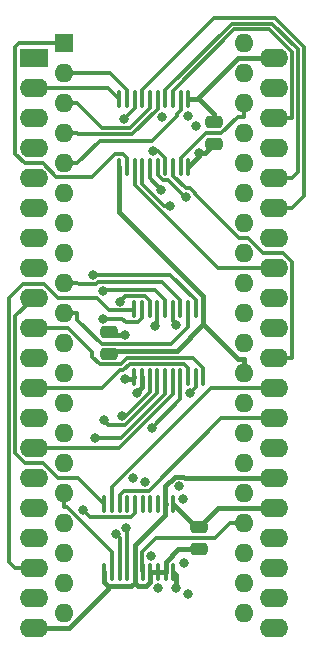
<source format=gbl>
G04 #@! TF.GenerationSoftware,KiCad,Pcbnew,(6.0.9)*
G04 #@! TF.CreationDate,2024-11-23T18:31:41+01:00*
G04 #@! TF.ProjectId,Sombrero_MSX_Goa'uld,536f6d62-7265-4726-9f5f-4d53585f476f,rev?*
G04 #@! TF.SameCoordinates,Original*
G04 #@! TF.FileFunction,Copper,L4,Bot*
G04 #@! TF.FilePolarity,Positive*
%FSLAX46Y46*%
G04 Gerber Fmt 4.6, Leading zero omitted, Abs format (unit mm)*
G04 Created by KiCad (PCBNEW (6.0.9)) date 2024-11-23 18:31:41*
%MOMM*%
%LPD*%
G01*
G04 APERTURE LIST*
G04 Aperture macros list*
%AMRoundRect*
0 Rectangle with rounded corners*
0 $1 Rounding radius*
0 $2 $3 $4 $5 $6 $7 $8 $9 X,Y pos of 4 corners*
0 Add a 4 corners polygon primitive as box body*
4,1,4,$2,$3,$4,$5,$6,$7,$8,$9,$2,$3,0*
0 Add four circle primitives for the rounded corners*
1,1,$1+$1,$2,$3*
1,1,$1+$1,$4,$5*
1,1,$1+$1,$6,$7*
1,1,$1+$1,$8,$9*
0 Add four rect primitives between the rounded corners*
20,1,$1+$1,$2,$3,$4,$5,0*
20,1,$1+$1,$4,$5,$6,$7,0*
20,1,$1+$1,$6,$7,$8,$9,0*
20,1,$1+$1,$8,$9,$2,$3,0*%
G04 Aperture macros list end*
G04 #@! TA.AperFunction,ComponentPad*
%ADD10R,2.400000X1.600000*%
G04 #@! TD*
G04 #@! TA.AperFunction,ComponentPad*
%ADD11O,2.400000X1.600000*%
G04 #@! TD*
G04 #@! TA.AperFunction,ComponentPad*
%ADD12R,1.600000X1.600000*%
G04 #@! TD*
G04 #@! TA.AperFunction,ComponentPad*
%ADD13O,1.600000X1.600000*%
G04 #@! TD*
G04 #@! TA.AperFunction,SMDPad,CuDef*
%ADD14RoundRect,0.100000X-0.100000X0.637500X-0.100000X-0.637500X0.100000X-0.637500X0.100000X0.637500X0*%
G04 #@! TD*
G04 #@! TA.AperFunction,SMDPad,CuDef*
%ADD15RoundRect,0.250000X-0.475000X0.250000X-0.475000X-0.250000X0.475000X-0.250000X0.475000X0.250000X0*%
G04 #@! TD*
G04 #@! TA.AperFunction,SMDPad,CuDef*
%ADD16RoundRect,0.100000X0.100000X-0.637500X0.100000X0.637500X-0.100000X0.637500X-0.100000X-0.637500X0*%
G04 #@! TD*
G04 #@! TA.AperFunction,ViaPad*
%ADD17C,0.800000*%
G04 #@! TD*
G04 #@! TA.AperFunction,Conductor*
%ADD18C,0.450000*%
G04 #@! TD*
G04 #@! TA.AperFunction,Conductor*
%ADD19C,0.400600*%
G04 #@! TD*
G04 #@! TA.AperFunction,Conductor*
%ADD20C,0.300000*%
G04 #@! TD*
G04 APERTURE END LIST*
D10*
X137160000Y-77470000D03*
D11*
X137160000Y-80010000D03*
X137160000Y-82550000D03*
X137160000Y-85090000D03*
X137160000Y-87630000D03*
X137160000Y-90170000D03*
X137160000Y-92710000D03*
X137160000Y-95250000D03*
X137160000Y-97790000D03*
X137160000Y-100330000D03*
X137160000Y-102870000D03*
X137160000Y-105410000D03*
X137160000Y-107950000D03*
X137160000Y-110490000D03*
X137160000Y-113030000D03*
X137160000Y-115570000D03*
X137160000Y-118110000D03*
X137160000Y-120650000D03*
X137160000Y-123190000D03*
X137160000Y-125730000D03*
X157480000Y-125730000D03*
X157480000Y-123190000D03*
X157480000Y-120650000D03*
X157480000Y-118110000D03*
X157480000Y-115570000D03*
X157480000Y-113030000D03*
X157480000Y-110490000D03*
X157480000Y-107950000D03*
X157480000Y-105410000D03*
X157480000Y-102870000D03*
X157480000Y-100330000D03*
X157480000Y-97790000D03*
X157480000Y-95250000D03*
X157480000Y-92710000D03*
X157480000Y-90170000D03*
X157480000Y-87630000D03*
X157480000Y-85090000D03*
X157480000Y-82550000D03*
X157480000Y-80010000D03*
X157480000Y-77470000D03*
D12*
X139710000Y-76200000D03*
D13*
X139710000Y-78740000D03*
X139710000Y-81280000D03*
X139710000Y-83820000D03*
X139710000Y-86360000D03*
X139710000Y-88900000D03*
X139710000Y-91440000D03*
X139710000Y-93980000D03*
X139710000Y-96520000D03*
X139710000Y-99060000D03*
X139710000Y-101600000D03*
X139710000Y-104140000D03*
X139710000Y-106680000D03*
X139710000Y-109220000D03*
X139710000Y-111760000D03*
X139710000Y-114300000D03*
X139710000Y-116840000D03*
X139710000Y-119380000D03*
X139710000Y-121920000D03*
X139710000Y-124460000D03*
X154950000Y-124460000D03*
X154950000Y-121920000D03*
X154950000Y-119380000D03*
X154950000Y-116840000D03*
X154950000Y-114300000D03*
X154950000Y-111760000D03*
X154950000Y-109220000D03*
X154950000Y-106680000D03*
X154950000Y-104140000D03*
X154950000Y-101600000D03*
X154950000Y-99060000D03*
X154950000Y-96520000D03*
X154950000Y-93980000D03*
X154950000Y-91440000D03*
X154950000Y-88900000D03*
X154950000Y-86360000D03*
X154950000Y-83820000D03*
X154950000Y-81280000D03*
X154950000Y-78740000D03*
X154950000Y-76200000D03*
D14*
X145665000Y-98737500D03*
X146315000Y-98737500D03*
X146965000Y-98737500D03*
X147615000Y-98737500D03*
X148265000Y-98737500D03*
X148915000Y-98737500D03*
X149565000Y-98737500D03*
X150215000Y-98737500D03*
X150865000Y-98737500D03*
X151515000Y-98737500D03*
X151515000Y-104462500D03*
X150865000Y-104462500D03*
X150215000Y-104462500D03*
X149565000Y-104462500D03*
X148915000Y-104462500D03*
X148265000Y-104462500D03*
X147615000Y-104462500D03*
X146965000Y-104462500D03*
X146315000Y-104462500D03*
X145665000Y-104462500D03*
D15*
X151130000Y-117160000D03*
X151130000Y-119060000D03*
D16*
X148975000Y-120972500D03*
X148325000Y-120972500D03*
X147675000Y-120972500D03*
X147025000Y-120972500D03*
X146375000Y-120972500D03*
X145725000Y-120972500D03*
X145075000Y-120972500D03*
X144425000Y-120972500D03*
X143775000Y-120972500D03*
X143125000Y-120972500D03*
X143125000Y-115247500D03*
X143775000Y-115247500D03*
X144425000Y-115247500D03*
X145075000Y-115247500D03*
X145725000Y-115247500D03*
X146375000Y-115247500D03*
X147025000Y-115247500D03*
X147675000Y-115247500D03*
X148325000Y-115247500D03*
X148975000Y-115247500D03*
D15*
X143510000Y-100650000D03*
X143510000Y-102550000D03*
X152400000Y-82870000D03*
X152400000Y-84770000D03*
D16*
X150245000Y-86682500D03*
X149595000Y-86682500D03*
X148945000Y-86682500D03*
X148295000Y-86682500D03*
X147645000Y-86682500D03*
X146995000Y-86682500D03*
X146345000Y-86682500D03*
X145695000Y-86682500D03*
X145045000Y-86682500D03*
X144395000Y-86682500D03*
X144395000Y-80957500D03*
X145045000Y-80957500D03*
X145695000Y-80957500D03*
X146345000Y-80957500D03*
X146995000Y-80957500D03*
X147645000Y-80957500D03*
X148295000Y-80957500D03*
X148945000Y-80957500D03*
X149595000Y-80957500D03*
X150245000Y-80957500D03*
D17*
X149217800Y-122340100D03*
X144857200Y-100928000D03*
X144858100Y-104670800D03*
X151173300Y-85553300D03*
X145866500Y-105801500D03*
X147279900Y-85326300D03*
X148696500Y-89984600D03*
X147675000Y-122353500D03*
X147060400Y-119629200D03*
X150243300Y-122881100D03*
X144986500Y-117223500D03*
X144099700Y-117788800D03*
X143032200Y-99530400D03*
X144479300Y-98095300D03*
X147395000Y-100128300D03*
X142990900Y-97197400D03*
X149223900Y-100086700D03*
X142162900Y-95845100D03*
X148025900Y-82498900D03*
X150078300Y-89244700D03*
X147960900Y-88630200D03*
X150192900Y-82342400D03*
X144777500Y-82616900D03*
X150885300Y-83191000D03*
X141352200Y-115735800D03*
X145571200Y-113071900D03*
X149787600Y-114779900D03*
X149861300Y-120207500D03*
X146583800Y-113344200D03*
X149465900Y-113728300D03*
X150390200Y-105809400D03*
X147158800Y-108768100D03*
X142336700Y-109625400D03*
X143070500Y-108154600D03*
X144595100Y-107780100D03*
D18*
X144858100Y-104670800D02*
X145456700Y-104670800D01*
X157480000Y-115570000D02*
X152720000Y-115570000D01*
X145456700Y-104670800D02*
X145665000Y-104462500D01*
X148975200Y-120972500D02*
X149217800Y-121215100D01*
X143510000Y-100650000D02*
X143788000Y-100928000D01*
X143788000Y-100928000D02*
X144857200Y-100928000D01*
X148975000Y-120972500D02*
X148975200Y-120972500D01*
X151130000Y-117160000D02*
X150887500Y-117160000D01*
X150887500Y-117160000D02*
X148975000Y-115247500D01*
X152720000Y-115570000D02*
X151130000Y-117160000D01*
X149217800Y-121215100D02*
X149217800Y-122340100D01*
X151616700Y-85553300D02*
X151173300Y-85553300D01*
X140186400Y-125730000D02*
X137160000Y-125730000D01*
X149807700Y-112903200D02*
X149124200Y-112903200D01*
X143806800Y-102253200D02*
X149249400Y-102253200D01*
X148325000Y-120126000D02*
X148325000Y-120972500D01*
X143455600Y-122190700D02*
X143455600Y-122460800D01*
X143455600Y-122460800D02*
X140186400Y-125730000D01*
X151515000Y-98737500D02*
X151515000Y-99987600D01*
X147025000Y-120972500D02*
X147025000Y-121820000D01*
X151130000Y-119060000D02*
X149391000Y-119060000D01*
X151515000Y-99987600D02*
X154442300Y-102914900D01*
X151515000Y-97610500D02*
X151515000Y-98737500D01*
D19*
X146339400Y-104486900D02*
X146315000Y-104462500D01*
X148312800Y-115247500D02*
X148325000Y-115247500D01*
D18*
X148312800Y-113714600D02*
X148312800Y-115247500D01*
X143125000Y-121860100D02*
X143125000Y-120972500D01*
X149934500Y-113030000D02*
X149807700Y-112903200D01*
X147025000Y-120972500D02*
X147675000Y-120972500D01*
X146028400Y-122194000D02*
X145725000Y-121890600D01*
X147025000Y-121820000D02*
X146651000Y-122194000D01*
X145725000Y-121890600D02*
X145424900Y-122190700D01*
X143510000Y-102550000D02*
X143806800Y-102253200D01*
X148312800Y-115247500D02*
X148312800Y-116152900D01*
X146651000Y-122194000D02*
X146028400Y-122194000D01*
X151173300Y-85754200D02*
X150245000Y-86682500D01*
X152400000Y-84770000D02*
X151616700Y-85553300D01*
X149391000Y-119060000D02*
X148325000Y-120126000D01*
X149124200Y-112903200D02*
X148312800Y-113714600D01*
X157480000Y-113030000D02*
X149934500Y-113030000D01*
X154442300Y-102914900D02*
X154950000Y-102914900D01*
X144395000Y-86682500D02*
X144395000Y-90490500D01*
X148312800Y-116152900D02*
X145725000Y-118740700D01*
X151173300Y-85553300D02*
X151173300Y-85754200D01*
X143455600Y-122190700D02*
X143125000Y-121860100D01*
D19*
X146339400Y-104707300D02*
X146339400Y-104486900D01*
D18*
X145424900Y-122190700D02*
X143455600Y-122190700D01*
X154950000Y-104140000D02*
X154950000Y-102914900D01*
X144395000Y-90490500D02*
X151515000Y-97610500D01*
X147675000Y-120972500D02*
X148325000Y-120972500D01*
X149249400Y-102253200D02*
X151515000Y-99987600D01*
X145725000Y-121890600D02*
X145725000Y-120972500D01*
X145725000Y-118740700D02*
X145725000Y-120972500D01*
X146339400Y-105328600D02*
X145866500Y-105801500D01*
X146339400Y-104707300D02*
X146339400Y-105328600D01*
D20*
X150828400Y-89026600D02*
X150828400Y-88934000D01*
X150018600Y-88494600D02*
X148945000Y-87421000D01*
X150389000Y-88494600D02*
X150018600Y-88494600D01*
X150828400Y-88934000D02*
X150389000Y-88494600D01*
X159030100Y-94740300D02*
X158269800Y-93980000D01*
X154511800Y-92710000D02*
X150828400Y-89026600D01*
X155326700Y-92710000D02*
X154511800Y-92710000D01*
X148945000Y-87421000D02*
X148945000Y-86682500D01*
X157480000Y-102870000D02*
X159030100Y-102870000D01*
X158269800Y-93980000D02*
X156596700Y-93980000D01*
X159030100Y-102870000D02*
X159030100Y-94740300D01*
X156596700Y-93980000D02*
X155326700Y-92710000D01*
X148295000Y-85926000D02*
X147695300Y-85326300D01*
X147695300Y-85326300D02*
X147279900Y-85326300D01*
X148295000Y-86682500D02*
X148295000Y-85926000D01*
X148192600Y-89984600D02*
X148696500Y-89984600D01*
X146345000Y-86682500D02*
X146345000Y-88137000D01*
X146345000Y-88137000D02*
X148192600Y-89984600D01*
X152723800Y-95250000D02*
X157480000Y-95250000D01*
X145695000Y-88221200D02*
X152723800Y-95250000D01*
X145695000Y-86682500D02*
X145695000Y-88221200D01*
X145075000Y-117312000D02*
X144986500Y-117223500D01*
X145075000Y-120972500D02*
X145075000Y-117312000D01*
X144425000Y-120972500D02*
X144425000Y-118114100D01*
X144425000Y-118114100D02*
X144099700Y-117788800D01*
X146315000Y-99463000D02*
X145950600Y-99827400D01*
X146315000Y-98737500D02*
X146315000Y-99463000D01*
X144961200Y-99827400D02*
X144664200Y-99530400D01*
X145950600Y-99827400D02*
X144961200Y-99827400D01*
X144664200Y-99530400D02*
X143032200Y-99530400D01*
X146965000Y-98012300D02*
X146601100Y-97648400D01*
X146965000Y-98737500D02*
X146965000Y-98012300D01*
X144926200Y-97648400D02*
X144479300Y-98095300D01*
X146601100Y-97648400D02*
X144926200Y-97648400D01*
X147615000Y-99908300D02*
X147395000Y-100128300D01*
X147615000Y-98737500D02*
X147615000Y-99908300D01*
X143041100Y-97147200D02*
X142990900Y-97197400D01*
X147435500Y-97147200D02*
X143041100Y-97147200D01*
X148265000Y-97976700D02*
X147435500Y-97147200D01*
X148265000Y-98737500D02*
X148265000Y-97976700D01*
X148915000Y-99777800D02*
X149223900Y-100086700D01*
X148915000Y-98737500D02*
X148915000Y-99777800D01*
X149565000Y-98737500D02*
X149565000Y-97995300D01*
X148015100Y-96445400D02*
X142623400Y-96445400D01*
X140964600Y-96624500D02*
X140860100Y-96520000D01*
X142623400Y-96445400D02*
X142444300Y-96624500D01*
X149565000Y-97995300D02*
X148015100Y-96445400D01*
X142444300Y-96624500D02*
X140964600Y-96624500D01*
X139710000Y-96520000D02*
X140860100Y-96520000D01*
X140860100Y-99060000D02*
X140860100Y-99620800D01*
X142917400Y-101678100D02*
X148766100Y-101678100D01*
X140860100Y-99620800D02*
X142917400Y-101678100D01*
X139710000Y-99060000D02*
X140860100Y-99060000D01*
X150215000Y-100229200D02*
X150215000Y-98737500D01*
X148766100Y-101678100D02*
X150215000Y-100229200D01*
X150865000Y-97997100D02*
X148713000Y-95845100D01*
X150865000Y-98737500D02*
X150865000Y-97997100D01*
X148713000Y-95845100D02*
X142162900Y-95845100D01*
X148070800Y-87835900D02*
X148523900Y-87835900D01*
X149932700Y-89244700D02*
X150078300Y-89244700D01*
X148523900Y-87835900D02*
X149932700Y-89244700D01*
X147645000Y-87410100D02*
X148070800Y-87835900D01*
X147645000Y-86682500D02*
X147645000Y-87410100D01*
X149286500Y-82344600D02*
X147160000Y-84471100D01*
X149595000Y-80957500D02*
X149595000Y-81879600D01*
X147160000Y-84471100D02*
X142749000Y-84471100D01*
X149286500Y-82188100D02*
X149286500Y-82344600D01*
X142749000Y-84471100D02*
X140860100Y-86360000D01*
X149595000Y-81879600D02*
X149286500Y-82188100D01*
X139710000Y-86360000D02*
X140860100Y-86360000D01*
X142089200Y-87510900D02*
X139067500Y-87510900D01*
X145045000Y-85945600D02*
X144693700Y-85594300D01*
X135907700Y-76200000D02*
X139710000Y-76200000D01*
X144693700Y-85594300D02*
X144005800Y-85594300D01*
X144005800Y-85594300D02*
X142089200Y-87510900D01*
X136402700Y-86360000D02*
X135609800Y-85567100D01*
X137916600Y-86360000D02*
X136402700Y-86360000D01*
X145045000Y-86682500D02*
X145045000Y-85945600D01*
X135609800Y-85567100D02*
X135609800Y-76497900D01*
X135609800Y-76497900D02*
X135907700Y-76200000D01*
X139067500Y-87510900D02*
X137916600Y-86360000D01*
X146995000Y-87664300D02*
X146995000Y-86682500D01*
X147960900Y-88630200D02*
X146995000Y-87664300D01*
X145045000Y-80189900D02*
X143595100Y-78740000D01*
X143595100Y-78740000D02*
X139710000Y-78740000D01*
X145045000Y-80957500D02*
X145045000Y-80189900D01*
X151724600Y-83820000D02*
X153043200Y-83820000D01*
X154433100Y-82430100D02*
X154950000Y-82430100D01*
X154950000Y-81280000D02*
X154950000Y-82430100D01*
X149595000Y-86682500D02*
X149595000Y-85949600D01*
X149595000Y-85949600D02*
X151724600Y-83820000D01*
X153043200Y-83820000D02*
X154433100Y-82430100D01*
X140935500Y-83895400D02*
X145514700Y-83895400D01*
X147645000Y-81765100D02*
X147645000Y-80957500D01*
X145514700Y-83895400D02*
X147645000Y-81765100D01*
X139710000Y-83820000D02*
X140860100Y-83820000D01*
X140860100Y-83820000D02*
X140935500Y-83895400D01*
X146995000Y-81690600D02*
X145318600Y-83367000D01*
X145318600Y-83367000D02*
X142947100Y-83367000D01*
X139710000Y-81280000D02*
X140860100Y-81280000D01*
X142947100Y-83367000D02*
X140860100Y-81280000D01*
X146995000Y-80957500D02*
X146995000Y-81690600D01*
X135084300Y-120124400D02*
X135084300Y-97804300D01*
X137160000Y-120650000D02*
X135609900Y-120650000D01*
X142511500Y-97790000D02*
X143566900Y-98845400D01*
X135084300Y-97804300D02*
X136267900Y-96620700D01*
X138017300Y-96620700D02*
X139186600Y-97790000D01*
X136267900Y-96620700D02*
X138017300Y-96620700D01*
X139186600Y-97790000D02*
X142511500Y-97790000D01*
X143566900Y-98845400D02*
X145557100Y-98845400D01*
X135609900Y-120650000D02*
X135084300Y-120124400D01*
X145557100Y-98845400D02*
X145665000Y-98737500D01*
X145695000Y-80957500D02*
X145695000Y-81699400D01*
X145695000Y-81699400D02*
X144777500Y-82616900D01*
X146345000Y-80141300D02*
X152439400Y-74046900D01*
X160047300Y-89152800D02*
X159030100Y-90170000D01*
X157549400Y-74046900D02*
X160047300Y-76544800D01*
X157480000Y-90170000D02*
X159030100Y-90170000D01*
X146345000Y-80957500D02*
X146345000Y-80141300D01*
X160047300Y-76544800D02*
X160047300Y-89152800D01*
X152439400Y-74046900D02*
X157549400Y-74046900D01*
X148295000Y-80162800D02*
X148295000Y-80957500D01*
X159530300Y-87129800D02*
X159530300Y-76735200D01*
X157344300Y-74549200D02*
X153908600Y-74549200D01*
X157480000Y-87630000D02*
X159030100Y-87630000D01*
X153908600Y-74549200D02*
X148295000Y-80162800D01*
X159530300Y-76735200D02*
X157344300Y-74549200D01*
X159030100Y-87630000D02*
X159530300Y-87129800D01*
X147486800Y-118110000D02*
X152529900Y-118110000D01*
X146309900Y-119286900D02*
X147486800Y-118110000D01*
X154950000Y-116840000D02*
X153799900Y-116840000D01*
X146375000Y-120972500D02*
X146309900Y-120907400D01*
X146309900Y-120907400D02*
X146309900Y-119286900D01*
X152529900Y-118110000D02*
X153799900Y-116840000D01*
X143775000Y-119278400D02*
X139946700Y-115450100D01*
X139710000Y-114300000D02*
X139710000Y-115450100D01*
X143775000Y-120972500D02*
X143775000Y-119278400D01*
X139946700Y-115450100D02*
X139710000Y-115450100D01*
X157480000Y-82550000D02*
X159030100Y-82550000D01*
X159030100Y-76967900D02*
X157111600Y-75049400D01*
X154117500Y-75049400D02*
X148945000Y-80221900D01*
X148945000Y-80221900D02*
X148945000Y-80957500D01*
X159030100Y-82550000D02*
X159030100Y-76967900D01*
X157111600Y-75049400D02*
X154117500Y-75049400D01*
X143447500Y-80010000D02*
X137160000Y-80010000D01*
X144395000Y-80957500D02*
X143447500Y-80010000D01*
X145375600Y-116344500D02*
X141960900Y-116344500D01*
X145725000Y-115247500D02*
X145725000Y-115995100D01*
X141960900Y-116344500D02*
X141352200Y-115735800D01*
X145725000Y-115995100D02*
X145375600Y-116344500D01*
X135597800Y-110955100D02*
X135597800Y-99352200D01*
X143125000Y-115247500D02*
X140907500Y-113030000D01*
X139186600Y-113030000D02*
X137916600Y-111760000D01*
X136402700Y-111760000D02*
X135597800Y-110955100D01*
X140907500Y-113030000D02*
X139186600Y-113030000D01*
X135597800Y-99352200D02*
X137160000Y-97790000D01*
X137916600Y-111760000D02*
X136402700Y-111760000D01*
D18*
X151176500Y-80777900D02*
X154484400Y-77470000D01*
X152400000Y-82175200D02*
X151176500Y-80951700D01*
X152400000Y-82870000D02*
X152400000Y-82175200D01*
X150250800Y-80951700D02*
X150245000Y-80957500D01*
X151176500Y-80951700D02*
X150250800Y-80951700D01*
X154484400Y-77470000D02*
X157480000Y-77470000D01*
X151176500Y-80951700D02*
X151176500Y-80777900D01*
D20*
X152160600Y-105410000D02*
X157480000Y-105410000D01*
X143775000Y-113795600D02*
X152160600Y-105410000D01*
X143775000Y-115247500D02*
X143775000Y-113795600D01*
X153053000Y-107950000D02*
X157480000Y-107950000D01*
X144425000Y-114482400D02*
X144780500Y-114126900D01*
X146876100Y-114126900D02*
X153053000Y-107950000D01*
X144780500Y-114126900D02*
X146876100Y-114126900D01*
X144425000Y-115247500D02*
X144425000Y-114482400D01*
X142767500Y-103404900D02*
X142110800Y-102748200D01*
X142110800Y-102365000D02*
X140075800Y-100330000D01*
X140075800Y-100330000D02*
X137160000Y-100330000D01*
X151515000Y-104462500D02*
X151515000Y-103702500D01*
X145088000Y-102862800D02*
X144545900Y-103404900D01*
X150675300Y-102862800D02*
X145088000Y-102862800D01*
X142110800Y-102748200D02*
X142110800Y-102365000D01*
X144545900Y-103404900D02*
X142767500Y-103404900D01*
X151515000Y-103702500D02*
X150675300Y-102862800D01*
X150865000Y-104462500D02*
X150865000Y-105334600D01*
X150865000Y-105334600D02*
X150390200Y-105809400D01*
X142972800Y-105410000D02*
X137160000Y-105410000D01*
X149908700Y-103369400D02*
X145288900Y-103369400D01*
X145288900Y-103369400D02*
X144737600Y-103920700D01*
X150215000Y-104462500D02*
X150215000Y-103675700D01*
X144737600Y-103920700D02*
X144462100Y-103920700D01*
X144462100Y-103920700D02*
X142972800Y-105410000D01*
X150215000Y-103675700D02*
X149908700Y-103369400D01*
X149565000Y-104462500D02*
X149565000Y-106361900D01*
X149565000Y-106361900D02*
X147158800Y-108768100D01*
X148915000Y-104462500D02*
X148915000Y-105951300D01*
X144376300Y-110490000D02*
X138710100Y-110490000D01*
X137160000Y-110490000D02*
X138710100Y-110490000D01*
X148915000Y-105951300D02*
X144376300Y-110490000D01*
X144533700Y-109625400D02*
X142336700Y-109625400D01*
X148265000Y-104462500D02*
X148265000Y-105894100D01*
X148265000Y-105894100D02*
X144533700Y-109625400D01*
X147615000Y-105821200D02*
X144903200Y-108533000D01*
X143448900Y-108533000D02*
X143070500Y-108154600D01*
X144903200Y-108533000D02*
X143448900Y-108533000D01*
X147615000Y-104462500D02*
X147615000Y-105821200D01*
X146965000Y-104462500D02*
X146965000Y-105764000D01*
X144948900Y-107780100D02*
X144595100Y-107780100D01*
X146965000Y-105764000D02*
X144948900Y-107780100D01*
M02*

</source>
